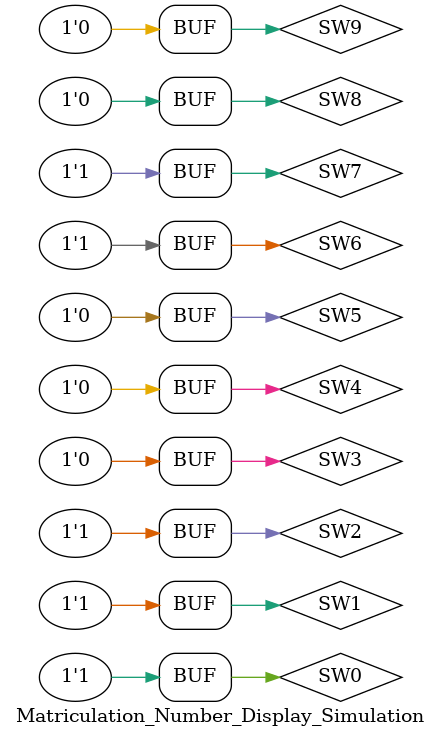
<source format=v>
`timescale 1ns / 1ps


module Matriculation_Number_Display_Simulation(

    );
    
    reg SW0, SW1, SW2, SW3, SW4, SW5, SW6, SW7, SW8, SW9;
    wire AN0, AN1, AN2, AN3;
    
    Matriculation_Number_Display dut( SW0, SW1, SW2, SW3, SW4, SW5, SW6, SW7, SW8, SW9, AN0, AN1, AN2, AN3, seg0, seg1, seg2, seg3, seg4, seg5, seg6, segdp); //seg0, seg1, seg2, seg3, seg4, seg5, seg6, segdp
    
    initial begin
        SW0 = 0; SW1 = 1; SW2 = 1; SW3 = 0; SW4 = 0; SW5 = 0; SW6 = 1; SW7 = 1; SW8 = 0; SW9 = 0; #500; 
        SW0 = 1; SW1 = 1; SW2 = 1; SW3 = 0; SW4 = 0; SW5 = 0; SW6 = 1; SW7 = 1; SW8 = 0; SW9 = 0; #500; 
    end
    
    
endmodule

</source>
